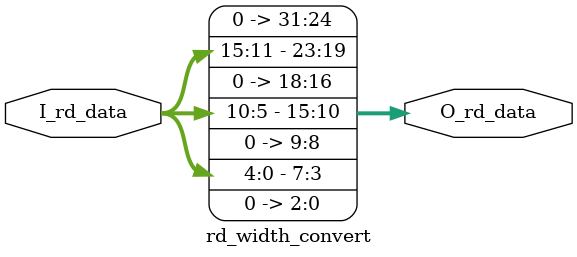
<source format=v>
/*
 * @Author: bit_stream 
 * @Date: 2024-12-07 16:30:20 
 * @Last Modified by:   bit_stream 
 * @Last Modified time: 2024-12-07 16:30:20 
 */

//此模块的作用是把RGB88格式的数据转换为两个RGB565格式的数据
module rd_width_convert(
    input wire [15:0] I_rd_data,

    output wire [31:0] O_rd_data
);


assign O_rd_data ={8'd0,I_rd_data[15:11], 3'd0, I_rd_data[10:5], 2'd0,I_rd_data[4:0], 3'd0} ;


    
endmodule 


</source>
